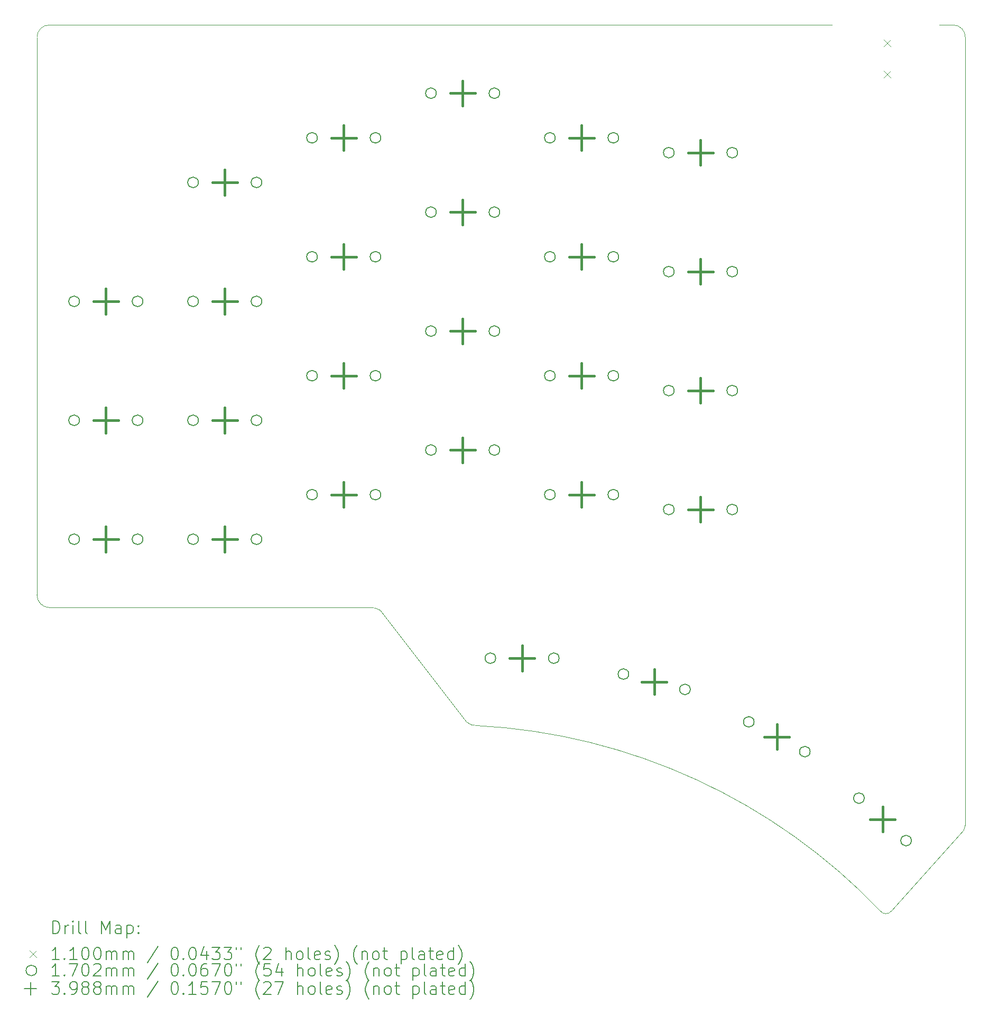
<source format=gbr>
%FSLAX45Y45*%
G04 Gerber Fmt 4.5, Leading zero omitted, Abs format (unit mm)*
G04 Created by KiCad (PCBNEW (6.0.5)) date 2022-10-04 21:39:44*
%MOMM*%
%LPD*%
G01*
G04 APERTURE LIST*
%TA.AperFunction,Profile*%
%ADD10C,0.100000*%
%TD*%
%ADD11C,0.200000*%
%ADD12C,0.110000*%
%ADD13C,0.170180*%
%ADD14C,0.398780*%
G04 APERTURE END LIST*
D10*
X6123000Y-7274000D02*
X4962000Y-8575000D01*
X4783000Y-8570000D02*
G75*
G03*
X-1674000Y-5604000I-6964601J-6650515D01*
G01*
X6146004Y5417000D02*
G75*
G03*
X5958000Y5617500I-194954J5590D01*
G01*
X6146000Y-7200000D02*
X6146000Y5417000D01*
X-8523000Y5617000D02*
G75*
G03*
X-8723000Y5418000I-2392J-197598D01*
G01*
X-8723000Y-3511000D02*
G75*
G03*
X-8523000Y-3714000I202211J-799D01*
G01*
X-8723000Y5418000D02*
X-8723000Y-3511000D01*
X-8523000Y-3714000D02*
X-3372000Y-3714000D01*
X-3231000Y-3754000D02*
X-1847000Y-5543000D01*
X5958000Y5617500D02*
X5730000Y5620000D01*
X-1847000Y-5543000D02*
G75*
G03*
X-1674000Y-5604000I157834J171807D01*
G01*
X6122999Y-7273999D02*
G75*
G03*
X6146000Y-7200000I-153349J88239D01*
G01*
X4010000Y5620000D02*
X-8523000Y5617000D01*
X4783002Y-8569999D02*
G75*
G03*
X4962000Y-8575000I91418J66179D01*
G01*
X-3231000Y-3754000D02*
G75*
G03*
X-3372000Y-3714000I-133168J-200906D01*
G01*
D11*
D12*
X4840000Y5385000D02*
X4950000Y5275000D01*
X4950000Y5385000D02*
X4840000Y5275000D01*
X4840000Y4885000D02*
X4950000Y4775000D01*
X4950000Y4885000D02*
X4840000Y4775000D01*
D13*
X-8042910Y1190630D02*
G75*
G03*
X-8042910Y1190630I-85090J0D01*
G01*
X-8042910Y-714380D02*
G75*
G03*
X-8042910Y-714380I-85090J0D01*
G01*
X-8042910Y-2619380D02*
G75*
G03*
X-8042910Y-2619380I-85090J0D01*
G01*
X-7026910Y1190630D02*
G75*
G03*
X-7026910Y1190630I-85090J0D01*
G01*
X-7026910Y-714380D02*
G75*
G03*
X-7026910Y-714380I-85090J0D01*
G01*
X-7026910Y-2619380D02*
G75*
G03*
X-7026910Y-2619380I-85090J0D01*
G01*
X-6137910Y3095630D02*
G75*
G03*
X-6137910Y3095630I-85090J0D01*
G01*
X-6137910Y1190630D02*
G75*
G03*
X-6137910Y1190630I-85090J0D01*
G01*
X-6137910Y-714380D02*
G75*
G03*
X-6137910Y-714380I-85090J0D01*
G01*
X-6137910Y-2619380D02*
G75*
G03*
X-6137910Y-2619380I-85090J0D01*
G01*
X-5121910Y3095630D02*
G75*
G03*
X-5121910Y3095630I-85090J0D01*
G01*
X-5121910Y1190630D02*
G75*
G03*
X-5121910Y1190630I-85090J0D01*
G01*
X-5121910Y-714380D02*
G75*
G03*
X-5121910Y-714380I-85090J0D01*
G01*
X-5121910Y-2619380D02*
G75*
G03*
X-5121910Y-2619380I-85090J0D01*
G01*
X-4232910Y3810000D02*
G75*
G03*
X-4232910Y3810000I-85090J0D01*
G01*
X-4232910Y1905000D02*
G75*
G03*
X-4232910Y1905000I-85090J0D01*
G01*
X-4232910Y0D02*
G75*
G03*
X-4232910Y0I-85090J0D01*
G01*
X-4232910Y-1905000D02*
G75*
G03*
X-4232910Y-1905000I-85090J0D01*
G01*
X-3216910Y3810000D02*
G75*
G03*
X-3216910Y3810000I-85090J0D01*
G01*
X-3216910Y1905000D02*
G75*
G03*
X-3216910Y1905000I-85090J0D01*
G01*
X-3216910Y0D02*
G75*
G03*
X-3216910Y0I-85090J0D01*
G01*
X-3216910Y-1905000D02*
G75*
G03*
X-3216910Y-1905000I-85090J0D01*
G01*
X-2327910Y4524380D02*
G75*
G03*
X-2327910Y4524380I-85090J0D01*
G01*
X-2327910Y2619380D02*
G75*
G03*
X-2327910Y2619380I-85090J0D01*
G01*
X-2327910Y714380D02*
G75*
G03*
X-2327910Y714380I-85090J0D01*
G01*
X-2327910Y-1190630D02*
G75*
G03*
X-2327910Y-1190630I-85090J0D01*
G01*
X-1375410Y-4524380D02*
G75*
G03*
X-1375410Y-4524380I-85090J0D01*
G01*
X-1311910Y4524380D02*
G75*
G03*
X-1311910Y4524380I-85090J0D01*
G01*
X-1311910Y2619380D02*
G75*
G03*
X-1311910Y2619380I-85090J0D01*
G01*
X-1311910Y714380D02*
G75*
G03*
X-1311910Y714380I-85090J0D01*
G01*
X-1311910Y-1190630D02*
G75*
G03*
X-1311910Y-1190630I-85090J0D01*
G01*
X-422910Y3810000D02*
G75*
G03*
X-422910Y3810000I-85090J0D01*
G01*
X-422910Y1905000D02*
G75*
G03*
X-422910Y1905000I-85090J0D01*
G01*
X-422910Y0D02*
G75*
G03*
X-422910Y0I-85090J0D01*
G01*
X-422910Y-1905000D02*
G75*
G03*
X-422910Y-1905000I-85090J0D01*
G01*
X-359410Y-4524380D02*
G75*
G03*
X-359410Y-4524380I-85090J0D01*
G01*
X593090Y3810000D02*
G75*
G03*
X593090Y3810000I-85090J0D01*
G01*
X593090Y1905000D02*
G75*
G03*
X593090Y1905000I-85090J0D01*
G01*
X593090Y0D02*
G75*
G03*
X593090Y0I-85090J0D01*
G01*
X593090Y-1905000D02*
G75*
G03*
X593090Y-1905000I-85090J0D01*
G01*
X755300Y-4778734D02*
G75*
G03*
X755300Y-4778734I-85090J0D01*
G01*
X1482090Y3571880D02*
G75*
G03*
X1482090Y3571880I-85090J0D01*
G01*
X1482090Y1666880D02*
G75*
G03*
X1482090Y1666880I-85090J0D01*
G01*
X1482090Y-238130D02*
G75*
G03*
X1482090Y-238130I-85090J0D01*
G01*
X1482090Y-2143130D02*
G75*
G03*
X1482090Y-2143130I-85090J0D01*
G01*
X1741120Y-5024526D02*
G75*
G03*
X1741120Y-5024526I-85090J0D01*
G01*
X2498090Y3571880D02*
G75*
G03*
X2498090Y3571880I-85090J0D01*
G01*
X2498090Y1666880D02*
G75*
G03*
X2498090Y1666880I-85090J0D01*
G01*
X2498090Y-238130D02*
G75*
G03*
X2498090Y-238130I-85090J0D01*
G01*
X2498090Y-2143130D02*
G75*
G03*
X2498090Y-2143130I-85090J0D01*
G01*
X2763673Y-5544138D02*
G75*
G03*
X2763673Y-5544138I-85090J0D01*
G01*
X3660747Y-6021122D02*
G75*
G03*
X3660747Y-6021122I-85090J0D01*
G01*
X4527692Y-6765712D02*
G75*
G03*
X4527692Y-6765712I-85090J0D01*
G01*
X5282728Y-7445548D02*
G75*
G03*
X5282728Y-7445548I-85090J0D01*
G01*
D14*
X-7620000Y1390020D02*
X-7620000Y991240D01*
X-7819390Y1190630D02*
X-7420610Y1190630D01*
X-7620000Y-514990D02*
X-7620000Y-913770D01*
X-7819390Y-714380D02*
X-7420610Y-714380D01*
X-7620000Y-2419990D02*
X-7620000Y-2818770D01*
X-7819390Y-2619380D02*
X-7420610Y-2619380D01*
X-5715000Y3295020D02*
X-5715000Y2896240D01*
X-5914390Y3095630D02*
X-5515610Y3095630D01*
X-5715000Y1390020D02*
X-5715000Y991240D01*
X-5914390Y1190630D02*
X-5515610Y1190630D01*
X-5715000Y-514990D02*
X-5715000Y-913770D01*
X-5914390Y-714380D02*
X-5515610Y-714380D01*
X-5715000Y-2419990D02*
X-5715000Y-2818770D01*
X-5914390Y-2619380D02*
X-5515610Y-2619380D01*
X-3810000Y4009390D02*
X-3810000Y3610610D01*
X-4009390Y3810000D02*
X-3610610Y3810000D01*
X-3810000Y2104390D02*
X-3810000Y1705610D01*
X-4009390Y1905000D02*
X-3610610Y1905000D01*
X-3810000Y199390D02*
X-3810000Y-199390D01*
X-4009390Y0D02*
X-3610610Y0D01*
X-3810000Y-1705610D02*
X-3810000Y-2104390D01*
X-4009390Y-1905000D02*
X-3610610Y-1905000D01*
X-1905000Y4723770D02*
X-1905000Y4324990D01*
X-2104390Y4524380D02*
X-1705610Y4524380D01*
X-1905000Y2818770D02*
X-1905000Y2419990D01*
X-2104390Y2619380D02*
X-1705610Y2619380D01*
X-1905000Y913770D02*
X-1905000Y514990D01*
X-2104390Y714380D02*
X-1705610Y714380D01*
X-1905000Y-991240D02*
X-1905000Y-1390020D01*
X-2104390Y-1190630D02*
X-1705610Y-1190630D01*
X-952500Y-4324990D02*
X-952500Y-4723770D01*
X-1151890Y-4524380D02*
X-753110Y-4524380D01*
X0Y4009390D02*
X0Y3610610D01*
X-199390Y3810000D02*
X199390Y3810000D01*
X0Y2104390D02*
X0Y1705610D01*
X-199390Y1905000D02*
X199390Y1905000D01*
X0Y199390D02*
X0Y-199390D01*
X-199390Y0D02*
X199390Y0D01*
X0Y-1705610D02*
X0Y-2104390D01*
X-199390Y-1905000D02*
X199390Y-1905000D01*
X1163120Y-4702240D02*
X1163120Y-5101020D01*
X963730Y-4901630D02*
X1362510Y-4901630D01*
X1905000Y3771270D02*
X1905000Y3372490D01*
X1705610Y3571880D02*
X2104390Y3571880D01*
X1905000Y1866270D02*
X1905000Y1467490D01*
X1705610Y1666880D02*
X2104390Y1666880D01*
X1905000Y-38740D02*
X1905000Y-437520D01*
X1705610Y-238130D02*
X2104390Y-238130D01*
X1905000Y-1943740D02*
X1905000Y-2342520D01*
X1705610Y-2143130D02*
X2104390Y-2143130D01*
X3127120Y-5583240D02*
X3127120Y-5982020D01*
X2927730Y-5782630D02*
X3326510Y-5782630D01*
X4820120Y-6906240D02*
X4820120Y-7305020D01*
X4620730Y-7105630D02*
X5019510Y-7105630D01*
D11*
X-8470386Y-8932154D02*
X-8470386Y-8732154D01*
X-8422767Y-8732154D01*
X-8394195Y-8741678D01*
X-8375148Y-8760725D01*
X-8365624Y-8779773D01*
X-8356100Y-8817868D01*
X-8356100Y-8846440D01*
X-8365624Y-8884535D01*
X-8375148Y-8903582D01*
X-8394195Y-8922630D01*
X-8422767Y-8932154D01*
X-8470386Y-8932154D01*
X-8270386Y-8932154D02*
X-8270386Y-8798820D01*
X-8270386Y-8836916D02*
X-8260862Y-8817868D01*
X-8251338Y-8808344D01*
X-8232291Y-8798820D01*
X-8213243Y-8798820D01*
X-8146576Y-8932154D02*
X-8146576Y-8798820D01*
X-8146576Y-8732154D02*
X-8156100Y-8741678D01*
X-8146576Y-8751201D01*
X-8137053Y-8741678D01*
X-8146576Y-8732154D01*
X-8146576Y-8751201D01*
X-8022767Y-8932154D02*
X-8041814Y-8922630D01*
X-8051338Y-8903582D01*
X-8051338Y-8732154D01*
X-7918005Y-8932154D02*
X-7937053Y-8922630D01*
X-7946576Y-8903582D01*
X-7946576Y-8732154D01*
X-7689433Y-8932154D02*
X-7689433Y-8732154D01*
X-7622767Y-8875011D01*
X-7556100Y-8732154D01*
X-7556100Y-8932154D01*
X-7375148Y-8932154D02*
X-7375148Y-8827392D01*
X-7384672Y-8808344D01*
X-7403719Y-8798820D01*
X-7441814Y-8798820D01*
X-7460862Y-8808344D01*
X-7375148Y-8922630D02*
X-7394195Y-8932154D01*
X-7441814Y-8932154D01*
X-7460862Y-8922630D01*
X-7470386Y-8903582D01*
X-7470386Y-8884535D01*
X-7460862Y-8865487D01*
X-7441814Y-8855963D01*
X-7394195Y-8855963D01*
X-7375148Y-8846440D01*
X-7279910Y-8798820D02*
X-7279910Y-8998820D01*
X-7279910Y-8808344D02*
X-7260862Y-8798820D01*
X-7222767Y-8798820D01*
X-7203719Y-8808344D01*
X-7194195Y-8817868D01*
X-7184672Y-8836916D01*
X-7184672Y-8894059D01*
X-7194195Y-8913106D01*
X-7203719Y-8922630D01*
X-7222767Y-8932154D01*
X-7260862Y-8932154D01*
X-7279910Y-8922630D01*
X-7098957Y-8913106D02*
X-7089433Y-8922630D01*
X-7098957Y-8932154D01*
X-7108481Y-8922630D01*
X-7098957Y-8913106D01*
X-7098957Y-8932154D01*
X-7098957Y-8808344D02*
X-7089433Y-8817868D01*
X-7098957Y-8827392D01*
X-7108481Y-8817868D01*
X-7098957Y-8808344D01*
X-7098957Y-8827392D01*
D12*
X-8838005Y-9206678D02*
X-8728005Y-9316678D01*
X-8728005Y-9206678D02*
X-8838005Y-9316678D01*
D11*
X-8365624Y-9352154D02*
X-8479910Y-9352154D01*
X-8422767Y-9352154D02*
X-8422767Y-9152154D01*
X-8441815Y-9180725D01*
X-8460862Y-9199773D01*
X-8479910Y-9209297D01*
X-8279910Y-9333106D02*
X-8270386Y-9342630D01*
X-8279910Y-9352154D01*
X-8289433Y-9342630D01*
X-8279910Y-9333106D01*
X-8279910Y-9352154D01*
X-8079910Y-9352154D02*
X-8194195Y-9352154D01*
X-8137053Y-9352154D02*
X-8137053Y-9152154D01*
X-8156100Y-9180725D01*
X-8175148Y-9199773D01*
X-8194195Y-9209297D01*
X-7956100Y-9152154D02*
X-7937053Y-9152154D01*
X-7918005Y-9161678D01*
X-7908481Y-9171201D01*
X-7898957Y-9190249D01*
X-7889433Y-9228344D01*
X-7889433Y-9275963D01*
X-7898957Y-9314059D01*
X-7908481Y-9333106D01*
X-7918005Y-9342630D01*
X-7937053Y-9352154D01*
X-7956100Y-9352154D01*
X-7975148Y-9342630D01*
X-7984672Y-9333106D01*
X-7994195Y-9314059D01*
X-8003719Y-9275963D01*
X-8003719Y-9228344D01*
X-7994195Y-9190249D01*
X-7984672Y-9171201D01*
X-7975148Y-9161678D01*
X-7956100Y-9152154D01*
X-7765624Y-9152154D02*
X-7746576Y-9152154D01*
X-7727529Y-9161678D01*
X-7718005Y-9171201D01*
X-7708481Y-9190249D01*
X-7698957Y-9228344D01*
X-7698957Y-9275963D01*
X-7708481Y-9314059D01*
X-7718005Y-9333106D01*
X-7727529Y-9342630D01*
X-7746576Y-9352154D01*
X-7765624Y-9352154D01*
X-7784672Y-9342630D01*
X-7794195Y-9333106D01*
X-7803719Y-9314059D01*
X-7813243Y-9275963D01*
X-7813243Y-9228344D01*
X-7803719Y-9190249D01*
X-7794195Y-9171201D01*
X-7784672Y-9161678D01*
X-7765624Y-9152154D01*
X-7613243Y-9352154D02*
X-7613243Y-9218820D01*
X-7613243Y-9237868D02*
X-7603719Y-9228344D01*
X-7584672Y-9218820D01*
X-7556100Y-9218820D01*
X-7537053Y-9228344D01*
X-7527529Y-9247392D01*
X-7527529Y-9352154D01*
X-7527529Y-9247392D02*
X-7518005Y-9228344D01*
X-7498957Y-9218820D01*
X-7470386Y-9218820D01*
X-7451338Y-9228344D01*
X-7441814Y-9247392D01*
X-7441814Y-9352154D01*
X-7346576Y-9352154D02*
X-7346576Y-9218820D01*
X-7346576Y-9237868D02*
X-7337053Y-9228344D01*
X-7318005Y-9218820D01*
X-7289433Y-9218820D01*
X-7270386Y-9228344D01*
X-7260862Y-9247392D01*
X-7260862Y-9352154D01*
X-7260862Y-9247392D02*
X-7251338Y-9228344D01*
X-7232291Y-9218820D01*
X-7203719Y-9218820D01*
X-7184672Y-9228344D01*
X-7175148Y-9247392D01*
X-7175148Y-9352154D01*
X-6784672Y-9142630D02*
X-6956100Y-9399773D01*
X-6527529Y-9152154D02*
X-6508481Y-9152154D01*
X-6489433Y-9161678D01*
X-6479910Y-9171201D01*
X-6470386Y-9190249D01*
X-6460862Y-9228344D01*
X-6460862Y-9275963D01*
X-6470386Y-9314059D01*
X-6479910Y-9333106D01*
X-6489433Y-9342630D01*
X-6508481Y-9352154D01*
X-6527529Y-9352154D01*
X-6546576Y-9342630D01*
X-6556100Y-9333106D01*
X-6565624Y-9314059D01*
X-6575148Y-9275963D01*
X-6575148Y-9228344D01*
X-6565624Y-9190249D01*
X-6556100Y-9171201D01*
X-6546576Y-9161678D01*
X-6527529Y-9152154D01*
X-6375148Y-9333106D02*
X-6365624Y-9342630D01*
X-6375148Y-9352154D01*
X-6384672Y-9342630D01*
X-6375148Y-9333106D01*
X-6375148Y-9352154D01*
X-6241814Y-9152154D02*
X-6222767Y-9152154D01*
X-6203719Y-9161678D01*
X-6194195Y-9171201D01*
X-6184672Y-9190249D01*
X-6175148Y-9228344D01*
X-6175148Y-9275963D01*
X-6184672Y-9314059D01*
X-6194195Y-9333106D01*
X-6203719Y-9342630D01*
X-6222767Y-9352154D01*
X-6241814Y-9352154D01*
X-6260862Y-9342630D01*
X-6270386Y-9333106D01*
X-6279910Y-9314059D01*
X-6289433Y-9275963D01*
X-6289433Y-9228344D01*
X-6279910Y-9190249D01*
X-6270386Y-9171201D01*
X-6260862Y-9161678D01*
X-6241814Y-9152154D01*
X-6003719Y-9218820D02*
X-6003719Y-9352154D01*
X-6051338Y-9142630D02*
X-6098957Y-9285487D01*
X-5975148Y-9285487D01*
X-5918005Y-9152154D02*
X-5794195Y-9152154D01*
X-5860862Y-9228344D01*
X-5832291Y-9228344D01*
X-5813243Y-9237868D01*
X-5803719Y-9247392D01*
X-5794195Y-9266440D01*
X-5794195Y-9314059D01*
X-5803719Y-9333106D01*
X-5813243Y-9342630D01*
X-5832291Y-9352154D01*
X-5889433Y-9352154D01*
X-5908481Y-9342630D01*
X-5918005Y-9333106D01*
X-5727529Y-9152154D02*
X-5603719Y-9152154D01*
X-5670386Y-9228344D01*
X-5641814Y-9228344D01*
X-5622767Y-9237868D01*
X-5613243Y-9247392D01*
X-5603719Y-9266440D01*
X-5603719Y-9314059D01*
X-5613243Y-9333106D01*
X-5622767Y-9342630D01*
X-5641814Y-9352154D01*
X-5698957Y-9352154D01*
X-5718005Y-9342630D01*
X-5727529Y-9333106D01*
X-5527529Y-9152154D02*
X-5527529Y-9190249D01*
X-5451338Y-9152154D02*
X-5451338Y-9190249D01*
X-5156100Y-9428344D02*
X-5165624Y-9418820D01*
X-5184672Y-9390249D01*
X-5194195Y-9371201D01*
X-5203719Y-9342630D01*
X-5213243Y-9295011D01*
X-5213243Y-9256916D01*
X-5203719Y-9209297D01*
X-5194195Y-9180725D01*
X-5184672Y-9161678D01*
X-5165624Y-9133106D01*
X-5156100Y-9123582D01*
X-5089434Y-9171201D02*
X-5079910Y-9161678D01*
X-5060862Y-9152154D01*
X-5013243Y-9152154D01*
X-4994195Y-9161678D01*
X-4984672Y-9171201D01*
X-4975148Y-9190249D01*
X-4975148Y-9209297D01*
X-4984672Y-9237868D01*
X-5098957Y-9352154D01*
X-4975148Y-9352154D01*
X-4737053Y-9352154D02*
X-4737053Y-9152154D01*
X-4651338Y-9352154D02*
X-4651338Y-9247392D01*
X-4660862Y-9228344D01*
X-4679910Y-9218820D01*
X-4708481Y-9218820D01*
X-4727529Y-9228344D01*
X-4737053Y-9237868D01*
X-4527529Y-9352154D02*
X-4546576Y-9342630D01*
X-4556100Y-9333106D01*
X-4565624Y-9314059D01*
X-4565624Y-9256916D01*
X-4556100Y-9237868D01*
X-4546576Y-9228344D01*
X-4527529Y-9218820D01*
X-4498957Y-9218820D01*
X-4479910Y-9228344D01*
X-4470386Y-9237868D01*
X-4460862Y-9256916D01*
X-4460862Y-9314059D01*
X-4470386Y-9333106D01*
X-4479910Y-9342630D01*
X-4498957Y-9352154D01*
X-4527529Y-9352154D01*
X-4346576Y-9352154D02*
X-4365624Y-9342630D01*
X-4375148Y-9323582D01*
X-4375148Y-9152154D01*
X-4194195Y-9342630D02*
X-4213243Y-9352154D01*
X-4251338Y-9352154D01*
X-4270386Y-9342630D01*
X-4279910Y-9323582D01*
X-4279910Y-9247392D01*
X-4270386Y-9228344D01*
X-4251338Y-9218820D01*
X-4213243Y-9218820D01*
X-4194195Y-9228344D01*
X-4184672Y-9247392D01*
X-4184672Y-9266440D01*
X-4279910Y-9285487D01*
X-4108481Y-9342630D02*
X-4089433Y-9352154D01*
X-4051338Y-9352154D01*
X-4032291Y-9342630D01*
X-4022767Y-9323582D01*
X-4022767Y-9314059D01*
X-4032291Y-9295011D01*
X-4051338Y-9285487D01*
X-4079910Y-9285487D01*
X-4098957Y-9275963D01*
X-4108481Y-9256916D01*
X-4108481Y-9247392D01*
X-4098957Y-9228344D01*
X-4079910Y-9218820D01*
X-4051338Y-9218820D01*
X-4032291Y-9228344D01*
X-3956100Y-9428344D02*
X-3946576Y-9418820D01*
X-3927529Y-9390249D01*
X-3918005Y-9371201D01*
X-3908481Y-9342630D01*
X-3898957Y-9295011D01*
X-3898957Y-9256916D01*
X-3908481Y-9209297D01*
X-3918005Y-9180725D01*
X-3927529Y-9161678D01*
X-3946576Y-9133106D01*
X-3956100Y-9123582D01*
X-3594195Y-9428344D02*
X-3603719Y-9418820D01*
X-3622767Y-9390249D01*
X-3632291Y-9371201D01*
X-3641814Y-9342630D01*
X-3651338Y-9295011D01*
X-3651338Y-9256916D01*
X-3641814Y-9209297D01*
X-3632291Y-9180725D01*
X-3622767Y-9161678D01*
X-3603719Y-9133106D01*
X-3594195Y-9123582D01*
X-3518005Y-9218820D02*
X-3518005Y-9352154D01*
X-3518005Y-9237868D02*
X-3508481Y-9228344D01*
X-3489433Y-9218820D01*
X-3460862Y-9218820D01*
X-3441814Y-9228344D01*
X-3432291Y-9247392D01*
X-3432291Y-9352154D01*
X-3308481Y-9352154D02*
X-3327529Y-9342630D01*
X-3337053Y-9333106D01*
X-3346576Y-9314059D01*
X-3346576Y-9256916D01*
X-3337053Y-9237868D01*
X-3327529Y-9228344D01*
X-3308481Y-9218820D01*
X-3279910Y-9218820D01*
X-3260862Y-9228344D01*
X-3251338Y-9237868D01*
X-3241814Y-9256916D01*
X-3241814Y-9314059D01*
X-3251338Y-9333106D01*
X-3260862Y-9342630D01*
X-3279910Y-9352154D01*
X-3308481Y-9352154D01*
X-3184672Y-9218820D02*
X-3108481Y-9218820D01*
X-3156100Y-9152154D02*
X-3156100Y-9323582D01*
X-3146576Y-9342630D01*
X-3127529Y-9352154D01*
X-3108481Y-9352154D01*
X-2889433Y-9218820D02*
X-2889433Y-9418820D01*
X-2889433Y-9228344D02*
X-2870386Y-9218820D01*
X-2832291Y-9218820D01*
X-2813243Y-9228344D01*
X-2803719Y-9237868D01*
X-2794195Y-9256916D01*
X-2794195Y-9314059D01*
X-2803719Y-9333106D01*
X-2813243Y-9342630D01*
X-2832291Y-9352154D01*
X-2870386Y-9352154D01*
X-2889433Y-9342630D01*
X-2679910Y-9352154D02*
X-2698957Y-9342630D01*
X-2708481Y-9323582D01*
X-2708481Y-9152154D01*
X-2518005Y-9352154D02*
X-2518005Y-9247392D01*
X-2527529Y-9228344D01*
X-2546576Y-9218820D01*
X-2584672Y-9218820D01*
X-2603719Y-9228344D01*
X-2518005Y-9342630D02*
X-2537053Y-9352154D01*
X-2584672Y-9352154D01*
X-2603719Y-9342630D01*
X-2613243Y-9323582D01*
X-2613243Y-9304535D01*
X-2603719Y-9285487D01*
X-2584672Y-9275963D01*
X-2537053Y-9275963D01*
X-2518005Y-9266440D01*
X-2451338Y-9218820D02*
X-2375148Y-9218820D01*
X-2422767Y-9152154D02*
X-2422767Y-9323582D01*
X-2413243Y-9342630D01*
X-2394195Y-9352154D01*
X-2375148Y-9352154D01*
X-2232291Y-9342630D02*
X-2251338Y-9352154D01*
X-2289434Y-9352154D01*
X-2308481Y-9342630D01*
X-2318005Y-9323582D01*
X-2318005Y-9247392D01*
X-2308481Y-9228344D01*
X-2289434Y-9218820D01*
X-2251338Y-9218820D01*
X-2232291Y-9228344D01*
X-2222767Y-9247392D01*
X-2222767Y-9266440D01*
X-2318005Y-9285487D01*
X-2051338Y-9352154D02*
X-2051338Y-9152154D01*
X-2051338Y-9342630D02*
X-2070386Y-9352154D01*
X-2108481Y-9352154D01*
X-2127529Y-9342630D01*
X-2137053Y-9333106D01*
X-2146576Y-9314059D01*
X-2146576Y-9256916D01*
X-2137053Y-9237868D01*
X-2127529Y-9228344D01*
X-2108481Y-9218820D01*
X-2070386Y-9218820D01*
X-2051338Y-9228344D01*
X-1975148Y-9428344D02*
X-1965624Y-9418820D01*
X-1946576Y-9390249D01*
X-1937053Y-9371201D01*
X-1927529Y-9342630D01*
X-1918005Y-9295011D01*
X-1918005Y-9256916D01*
X-1927529Y-9209297D01*
X-1937053Y-9180725D01*
X-1946576Y-9161678D01*
X-1965624Y-9133106D01*
X-1975148Y-9123582D01*
D13*
X-8728005Y-9525678D02*
G75*
G03*
X-8728005Y-9525678I-85090J0D01*
G01*
D11*
X-8365624Y-9616154D02*
X-8479910Y-9616154D01*
X-8422767Y-9616154D02*
X-8422767Y-9416154D01*
X-8441815Y-9444725D01*
X-8460862Y-9463773D01*
X-8479910Y-9473297D01*
X-8279910Y-9597106D02*
X-8270386Y-9606630D01*
X-8279910Y-9616154D01*
X-8289433Y-9606630D01*
X-8279910Y-9597106D01*
X-8279910Y-9616154D01*
X-8203719Y-9416154D02*
X-8070386Y-9416154D01*
X-8156100Y-9616154D01*
X-7956100Y-9416154D02*
X-7937053Y-9416154D01*
X-7918005Y-9425678D01*
X-7908481Y-9435201D01*
X-7898957Y-9454249D01*
X-7889433Y-9492344D01*
X-7889433Y-9539963D01*
X-7898957Y-9578059D01*
X-7908481Y-9597106D01*
X-7918005Y-9606630D01*
X-7937053Y-9616154D01*
X-7956100Y-9616154D01*
X-7975148Y-9606630D01*
X-7984672Y-9597106D01*
X-7994195Y-9578059D01*
X-8003719Y-9539963D01*
X-8003719Y-9492344D01*
X-7994195Y-9454249D01*
X-7984672Y-9435201D01*
X-7975148Y-9425678D01*
X-7956100Y-9416154D01*
X-7813243Y-9435201D02*
X-7803719Y-9425678D01*
X-7784672Y-9416154D01*
X-7737053Y-9416154D01*
X-7718005Y-9425678D01*
X-7708481Y-9435201D01*
X-7698957Y-9454249D01*
X-7698957Y-9473297D01*
X-7708481Y-9501868D01*
X-7822767Y-9616154D01*
X-7698957Y-9616154D01*
X-7613243Y-9616154D02*
X-7613243Y-9482820D01*
X-7613243Y-9501868D02*
X-7603719Y-9492344D01*
X-7584672Y-9482820D01*
X-7556100Y-9482820D01*
X-7537053Y-9492344D01*
X-7527529Y-9511392D01*
X-7527529Y-9616154D01*
X-7527529Y-9511392D02*
X-7518005Y-9492344D01*
X-7498957Y-9482820D01*
X-7470386Y-9482820D01*
X-7451338Y-9492344D01*
X-7441814Y-9511392D01*
X-7441814Y-9616154D01*
X-7346576Y-9616154D02*
X-7346576Y-9482820D01*
X-7346576Y-9501868D02*
X-7337053Y-9492344D01*
X-7318005Y-9482820D01*
X-7289433Y-9482820D01*
X-7270386Y-9492344D01*
X-7260862Y-9511392D01*
X-7260862Y-9616154D01*
X-7260862Y-9511392D02*
X-7251338Y-9492344D01*
X-7232291Y-9482820D01*
X-7203719Y-9482820D01*
X-7184672Y-9492344D01*
X-7175148Y-9511392D01*
X-7175148Y-9616154D01*
X-6784672Y-9406630D02*
X-6956100Y-9663773D01*
X-6527529Y-9416154D02*
X-6508481Y-9416154D01*
X-6489433Y-9425678D01*
X-6479910Y-9435201D01*
X-6470386Y-9454249D01*
X-6460862Y-9492344D01*
X-6460862Y-9539963D01*
X-6470386Y-9578059D01*
X-6479910Y-9597106D01*
X-6489433Y-9606630D01*
X-6508481Y-9616154D01*
X-6527529Y-9616154D01*
X-6546576Y-9606630D01*
X-6556100Y-9597106D01*
X-6565624Y-9578059D01*
X-6575148Y-9539963D01*
X-6575148Y-9492344D01*
X-6565624Y-9454249D01*
X-6556100Y-9435201D01*
X-6546576Y-9425678D01*
X-6527529Y-9416154D01*
X-6375148Y-9597106D02*
X-6365624Y-9606630D01*
X-6375148Y-9616154D01*
X-6384672Y-9606630D01*
X-6375148Y-9597106D01*
X-6375148Y-9616154D01*
X-6241814Y-9416154D02*
X-6222767Y-9416154D01*
X-6203719Y-9425678D01*
X-6194195Y-9435201D01*
X-6184672Y-9454249D01*
X-6175148Y-9492344D01*
X-6175148Y-9539963D01*
X-6184672Y-9578059D01*
X-6194195Y-9597106D01*
X-6203719Y-9606630D01*
X-6222767Y-9616154D01*
X-6241814Y-9616154D01*
X-6260862Y-9606630D01*
X-6270386Y-9597106D01*
X-6279910Y-9578059D01*
X-6289433Y-9539963D01*
X-6289433Y-9492344D01*
X-6279910Y-9454249D01*
X-6270386Y-9435201D01*
X-6260862Y-9425678D01*
X-6241814Y-9416154D01*
X-6003719Y-9416154D02*
X-6041814Y-9416154D01*
X-6060862Y-9425678D01*
X-6070386Y-9435201D01*
X-6089433Y-9463773D01*
X-6098957Y-9501868D01*
X-6098957Y-9578059D01*
X-6089433Y-9597106D01*
X-6079910Y-9606630D01*
X-6060862Y-9616154D01*
X-6022767Y-9616154D01*
X-6003719Y-9606630D01*
X-5994195Y-9597106D01*
X-5984672Y-9578059D01*
X-5984672Y-9530440D01*
X-5994195Y-9511392D01*
X-6003719Y-9501868D01*
X-6022767Y-9492344D01*
X-6060862Y-9492344D01*
X-6079910Y-9501868D01*
X-6089433Y-9511392D01*
X-6098957Y-9530440D01*
X-5918005Y-9416154D02*
X-5784672Y-9416154D01*
X-5870386Y-9616154D01*
X-5670386Y-9416154D02*
X-5651338Y-9416154D01*
X-5632291Y-9425678D01*
X-5622767Y-9435201D01*
X-5613243Y-9454249D01*
X-5603719Y-9492344D01*
X-5603719Y-9539963D01*
X-5613243Y-9578059D01*
X-5622767Y-9597106D01*
X-5632291Y-9606630D01*
X-5651338Y-9616154D01*
X-5670386Y-9616154D01*
X-5689433Y-9606630D01*
X-5698957Y-9597106D01*
X-5708481Y-9578059D01*
X-5718005Y-9539963D01*
X-5718005Y-9492344D01*
X-5708481Y-9454249D01*
X-5698957Y-9435201D01*
X-5689433Y-9425678D01*
X-5670386Y-9416154D01*
X-5527529Y-9416154D02*
X-5527529Y-9454249D01*
X-5451338Y-9416154D02*
X-5451338Y-9454249D01*
X-5156100Y-9692344D02*
X-5165624Y-9682820D01*
X-5184672Y-9654249D01*
X-5194195Y-9635201D01*
X-5203719Y-9606630D01*
X-5213243Y-9559011D01*
X-5213243Y-9520916D01*
X-5203719Y-9473297D01*
X-5194195Y-9444725D01*
X-5184672Y-9425678D01*
X-5165624Y-9397106D01*
X-5156100Y-9387582D01*
X-4984672Y-9416154D02*
X-5079910Y-9416154D01*
X-5089434Y-9511392D01*
X-5079910Y-9501868D01*
X-5060862Y-9492344D01*
X-5013243Y-9492344D01*
X-4994195Y-9501868D01*
X-4984672Y-9511392D01*
X-4975148Y-9530440D01*
X-4975148Y-9578059D01*
X-4984672Y-9597106D01*
X-4994195Y-9606630D01*
X-5013243Y-9616154D01*
X-5060862Y-9616154D01*
X-5079910Y-9606630D01*
X-5089434Y-9597106D01*
X-4803719Y-9482820D02*
X-4803719Y-9616154D01*
X-4851338Y-9406630D02*
X-4898957Y-9549487D01*
X-4775148Y-9549487D01*
X-4546576Y-9616154D02*
X-4546576Y-9416154D01*
X-4460862Y-9616154D02*
X-4460862Y-9511392D01*
X-4470386Y-9492344D01*
X-4489434Y-9482820D01*
X-4518005Y-9482820D01*
X-4537053Y-9492344D01*
X-4546576Y-9501868D01*
X-4337053Y-9616154D02*
X-4356100Y-9606630D01*
X-4365624Y-9597106D01*
X-4375148Y-9578059D01*
X-4375148Y-9520916D01*
X-4365624Y-9501868D01*
X-4356100Y-9492344D01*
X-4337053Y-9482820D01*
X-4308481Y-9482820D01*
X-4289434Y-9492344D01*
X-4279910Y-9501868D01*
X-4270386Y-9520916D01*
X-4270386Y-9578059D01*
X-4279910Y-9597106D01*
X-4289434Y-9606630D01*
X-4308481Y-9616154D01*
X-4337053Y-9616154D01*
X-4156100Y-9616154D02*
X-4175148Y-9606630D01*
X-4184672Y-9587582D01*
X-4184672Y-9416154D01*
X-4003719Y-9606630D02*
X-4022767Y-9616154D01*
X-4060862Y-9616154D01*
X-4079910Y-9606630D01*
X-4089433Y-9587582D01*
X-4089433Y-9511392D01*
X-4079910Y-9492344D01*
X-4060862Y-9482820D01*
X-4022767Y-9482820D01*
X-4003719Y-9492344D01*
X-3994195Y-9511392D01*
X-3994195Y-9530440D01*
X-4089433Y-9549487D01*
X-3918005Y-9606630D02*
X-3898957Y-9616154D01*
X-3860862Y-9616154D01*
X-3841814Y-9606630D01*
X-3832291Y-9587582D01*
X-3832291Y-9578059D01*
X-3841814Y-9559011D01*
X-3860862Y-9549487D01*
X-3889433Y-9549487D01*
X-3908481Y-9539963D01*
X-3918005Y-9520916D01*
X-3918005Y-9511392D01*
X-3908481Y-9492344D01*
X-3889433Y-9482820D01*
X-3860862Y-9482820D01*
X-3841814Y-9492344D01*
X-3765624Y-9692344D02*
X-3756100Y-9682820D01*
X-3737053Y-9654249D01*
X-3727529Y-9635201D01*
X-3718005Y-9606630D01*
X-3708481Y-9559011D01*
X-3708481Y-9520916D01*
X-3718005Y-9473297D01*
X-3727529Y-9444725D01*
X-3737053Y-9425678D01*
X-3756100Y-9397106D01*
X-3765624Y-9387582D01*
X-3403719Y-9692344D02*
X-3413243Y-9682820D01*
X-3432291Y-9654249D01*
X-3441814Y-9635201D01*
X-3451338Y-9606630D01*
X-3460862Y-9559011D01*
X-3460862Y-9520916D01*
X-3451338Y-9473297D01*
X-3441814Y-9444725D01*
X-3432291Y-9425678D01*
X-3413243Y-9397106D01*
X-3403719Y-9387582D01*
X-3327529Y-9482820D02*
X-3327529Y-9616154D01*
X-3327529Y-9501868D02*
X-3318005Y-9492344D01*
X-3298957Y-9482820D01*
X-3270386Y-9482820D01*
X-3251338Y-9492344D01*
X-3241814Y-9511392D01*
X-3241814Y-9616154D01*
X-3118005Y-9616154D02*
X-3137053Y-9606630D01*
X-3146576Y-9597106D01*
X-3156100Y-9578059D01*
X-3156100Y-9520916D01*
X-3146576Y-9501868D01*
X-3137053Y-9492344D01*
X-3118005Y-9482820D01*
X-3089433Y-9482820D01*
X-3070386Y-9492344D01*
X-3060862Y-9501868D01*
X-3051338Y-9520916D01*
X-3051338Y-9578059D01*
X-3060862Y-9597106D01*
X-3070386Y-9606630D01*
X-3089433Y-9616154D01*
X-3118005Y-9616154D01*
X-2994195Y-9482820D02*
X-2918005Y-9482820D01*
X-2965624Y-9416154D02*
X-2965624Y-9587582D01*
X-2956100Y-9606630D01*
X-2937053Y-9616154D01*
X-2918005Y-9616154D01*
X-2698957Y-9482820D02*
X-2698957Y-9682820D01*
X-2698957Y-9492344D02*
X-2679910Y-9482820D01*
X-2641815Y-9482820D01*
X-2622767Y-9492344D01*
X-2613243Y-9501868D01*
X-2603719Y-9520916D01*
X-2603719Y-9578059D01*
X-2613243Y-9597106D01*
X-2622767Y-9606630D01*
X-2641815Y-9616154D01*
X-2679910Y-9616154D01*
X-2698957Y-9606630D01*
X-2489434Y-9616154D02*
X-2508481Y-9606630D01*
X-2518005Y-9587582D01*
X-2518005Y-9416154D01*
X-2327529Y-9616154D02*
X-2327529Y-9511392D01*
X-2337053Y-9492344D01*
X-2356100Y-9482820D01*
X-2394195Y-9482820D01*
X-2413243Y-9492344D01*
X-2327529Y-9606630D02*
X-2346576Y-9616154D01*
X-2394195Y-9616154D01*
X-2413243Y-9606630D01*
X-2422767Y-9587582D01*
X-2422767Y-9568535D01*
X-2413243Y-9549487D01*
X-2394195Y-9539963D01*
X-2346576Y-9539963D01*
X-2327529Y-9530440D01*
X-2260862Y-9482820D02*
X-2184672Y-9482820D01*
X-2232291Y-9416154D02*
X-2232291Y-9587582D01*
X-2222767Y-9606630D01*
X-2203719Y-9616154D01*
X-2184672Y-9616154D01*
X-2041814Y-9606630D02*
X-2060862Y-9616154D01*
X-2098957Y-9616154D01*
X-2118005Y-9606630D01*
X-2127529Y-9587582D01*
X-2127529Y-9511392D01*
X-2118005Y-9492344D01*
X-2098957Y-9482820D01*
X-2060862Y-9482820D01*
X-2041814Y-9492344D01*
X-2032291Y-9511392D01*
X-2032291Y-9530440D01*
X-2127529Y-9549487D01*
X-1860862Y-9616154D02*
X-1860862Y-9416154D01*
X-1860862Y-9606630D02*
X-1879910Y-9616154D01*
X-1918005Y-9616154D01*
X-1937053Y-9606630D01*
X-1946576Y-9597106D01*
X-1956100Y-9578059D01*
X-1956100Y-9520916D01*
X-1946576Y-9501868D01*
X-1937053Y-9492344D01*
X-1918005Y-9482820D01*
X-1879910Y-9482820D01*
X-1860862Y-9492344D01*
X-1784672Y-9692344D02*
X-1775148Y-9682820D01*
X-1756100Y-9654249D01*
X-1746576Y-9635201D01*
X-1737053Y-9606630D01*
X-1727529Y-9559011D01*
X-1727529Y-9520916D01*
X-1737053Y-9473297D01*
X-1746576Y-9444725D01*
X-1756100Y-9425678D01*
X-1775148Y-9397106D01*
X-1784672Y-9387582D01*
X-8828005Y-9715858D02*
X-8828005Y-9915858D01*
X-8928005Y-9815858D02*
X-8728005Y-9815858D01*
X-8489434Y-9706334D02*
X-8365624Y-9706334D01*
X-8432291Y-9782524D01*
X-8403719Y-9782524D01*
X-8384672Y-9792048D01*
X-8375148Y-9801572D01*
X-8365624Y-9820620D01*
X-8365624Y-9868239D01*
X-8375148Y-9887286D01*
X-8384672Y-9896810D01*
X-8403719Y-9906334D01*
X-8460862Y-9906334D01*
X-8479910Y-9896810D01*
X-8489434Y-9887286D01*
X-8279910Y-9887286D02*
X-8270386Y-9896810D01*
X-8279910Y-9906334D01*
X-8289433Y-9896810D01*
X-8279910Y-9887286D01*
X-8279910Y-9906334D01*
X-8175148Y-9906334D02*
X-8137053Y-9906334D01*
X-8118005Y-9896810D01*
X-8108481Y-9887286D01*
X-8089433Y-9858715D01*
X-8079910Y-9820620D01*
X-8079910Y-9744429D01*
X-8089433Y-9725381D01*
X-8098957Y-9715858D01*
X-8118005Y-9706334D01*
X-8156100Y-9706334D01*
X-8175148Y-9715858D01*
X-8184672Y-9725381D01*
X-8194195Y-9744429D01*
X-8194195Y-9792048D01*
X-8184672Y-9811096D01*
X-8175148Y-9820620D01*
X-8156100Y-9830143D01*
X-8118005Y-9830143D01*
X-8098957Y-9820620D01*
X-8089433Y-9811096D01*
X-8079910Y-9792048D01*
X-7965624Y-9792048D02*
X-7984672Y-9782524D01*
X-7994195Y-9773000D01*
X-8003719Y-9753953D01*
X-8003719Y-9744429D01*
X-7994195Y-9725381D01*
X-7984672Y-9715858D01*
X-7965624Y-9706334D01*
X-7927529Y-9706334D01*
X-7908481Y-9715858D01*
X-7898957Y-9725381D01*
X-7889433Y-9744429D01*
X-7889433Y-9753953D01*
X-7898957Y-9773000D01*
X-7908481Y-9782524D01*
X-7927529Y-9792048D01*
X-7965624Y-9792048D01*
X-7984672Y-9801572D01*
X-7994195Y-9811096D01*
X-8003719Y-9830143D01*
X-8003719Y-9868239D01*
X-7994195Y-9887286D01*
X-7984672Y-9896810D01*
X-7965624Y-9906334D01*
X-7927529Y-9906334D01*
X-7908481Y-9896810D01*
X-7898957Y-9887286D01*
X-7889433Y-9868239D01*
X-7889433Y-9830143D01*
X-7898957Y-9811096D01*
X-7908481Y-9801572D01*
X-7927529Y-9792048D01*
X-7775148Y-9792048D02*
X-7794195Y-9782524D01*
X-7803719Y-9773000D01*
X-7813243Y-9753953D01*
X-7813243Y-9744429D01*
X-7803719Y-9725381D01*
X-7794195Y-9715858D01*
X-7775148Y-9706334D01*
X-7737053Y-9706334D01*
X-7718005Y-9715858D01*
X-7708481Y-9725381D01*
X-7698957Y-9744429D01*
X-7698957Y-9753953D01*
X-7708481Y-9773000D01*
X-7718005Y-9782524D01*
X-7737053Y-9792048D01*
X-7775148Y-9792048D01*
X-7794195Y-9801572D01*
X-7803719Y-9811096D01*
X-7813243Y-9830143D01*
X-7813243Y-9868239D01*
X-7803719Y-9887286D01*
X-7794195Y-9896810D01*
X-7775148Y-9906334D01*
X-7737053Y-9906334D01*
X-7718005Y-9896810D01*
X-7708481Y-9887286D01*
X-7698957Y-9868239D01*
X-7698957Y-9830143D01*
X-7708481Y-9811096D01*
X-7718005Y-9801572D01*
X-7737053Y-9792048D01*
X-7613243Y-9906334D02*
X-7613243Y-9773000D01*
X-7613243Y-9792048D02*
X-7603719Y-9782524D01*
X-7584672Y-9773000D01*
X-7556100Y-9773000D01*
X-7537053Y-9782524D01*
X-7527529Y-9801572D01*
X-7527529Y-9906334D01*
X-7527529Y-9801572D02*
X-7518005Y-9782524D01*
X-7498957Y-9773000D01*
X-7470386Y-9773000D01*
X-7451338Y-9782524D01*
X-7441814Y-9801572D01*
X-7441814Y-9906334D01*
X-7346576Y-9906334D02*
X-7346576Y-9773000D01*
X-7346576Y-9792048D02*
X-7337053Y-9782524D01*
X-7318005Y-9773000D01*
X-7289433Y-9773000D01*
X-7270386Y-9782524D01*
X-7260862Y-9801572D01*
X-7260862Y-9906334D01*
X-7260862Y-9801572D02*
X-7251338Y-9782524D01*
X-7232291Y-9773000D01*
X-7203719Y-9773000D01*
X-7184672Y-9782524D01*
X-7175148Y-9801572D01*
X-7175148Y-9906334D01*
X-6784672Y-9696810D02*
X-6956100Y-9953953D01*
X-6527529Y-9706334D02*
X-6508481Y-9706334D01*
X-6489433Y-9715858D01*
X-6479910Y-9725381D01*
X-6470386Y-9744429D01*
X-6460862Y-9782524D01*
X-6460862Y-9830143D01*
X-6470386Y-9868239D01*
X-6479910Y-9887286D01*
X-6489433Y-9896810D01*
X-6508481Y-9906334D01*
X-6527529Y-9906334D01*
X-6546576Y-9896810D01*
X-6556100Y-9887286D01*
X-6565624Y-9868239D01*
X-6575148Y-9830143D01*
X-6575148Y-9782524D01*
X-6565624Y-9744429D01*
X-6556100Y-9725381D01*
X-6546576Y-9715858D01*
X-6527529Y-9706334D01*
X-6375148Y-9887286D02*
X-6365624Y-9896810D01*
X-6375148Y-9906334D01*
X-6384672Y-9896810D01*
X-6375148Y-9887286D01*
X-6375148Y-9906334D01*
X-6175148Y-9906334D02*
X-6289433Y-9906334D01*
X-6232291Y-9906334D02*
X-6232291Y-9706334D01*
X-6251338Y-9734905D01*
X-6270386Y-9753953D01*
X-6289433Y-9763477D01*
X-5994195Y-9706334D02*
X-6089433Y-9706334D01*
X-6098957Y-9801572D01*
X-6089433Y-9792048D01*
X-6070386Y-9782524D01*
X-6022767Y-9782524D01*
X-6003719Y-9792048D01*
X-5994195Y-9801572D01*
X-5984672Y-9820620D01*
X-5984672Y-9868239D01*
X-5994195Y-9887286D01*
X-6003719Y-9896810D01*
X-6022767Y-9906334D01*
X-6070386Y-9906334D01*
X-6089433Y-9896810D01*
X-6098957Y-9887286D01*
X-5918005Y-9706334D02*
X-5784672Y-9706334D01*
X-5870386Y-9906334D01*
X-5670386Y-9706334D02*
X-5651338Y-9706334D01*
X-5632291Y-9715858D01*
X-5622767Y-9725381D01*
X-5613243Y-9744429D01*
X-5603719Y-9782524D01*
X-5603719Y-9830143D01*
X-5613243Y-9868239D01*
X-5622767Y-9887286D01*
X-5632291Y-9896810D01*
X-5651338Y-9906334D01*
X-5670386Y-9906334D01*
X-5689433Y-9896810D01*
X-5698957Y-9887286D01*
X-5708481Y-9868239D01*
X-5718005Y-9830143D01*
X-5718005Y-9782524D01*
X-5708481Y-9744429D01*
X-5698957Y-9725381D01*
X-5689433Y-9715858D01*
X-5670386Y-9706334D01*
X-5527529Y-9706334D02*
X-5527529Y-9744429D01*
X-5451338Y-9706334D02*
X-5451338Y-9744429D01*
X-5156100Y-9982524D02*
X-5165624Y-9973000D01*
X-5184672Y-9944429D01*
X-5194195Y-9925381D01*
X-5203719Y-9896810D01*
X-5213243Y-9849191D01*
X-5213243Y-9811096D01*
X-5203719Y-9763477D01*
X-5194195Y-9734905D01*
X-5184672Y-9715858D01*
X-5165624Y-9687286D01*
X-5156100Y-9677762D01*
X-5089434Y-9725381D02*
X-5079910Y-9715858D01*
X-5060862Y-9706334D01*
X-5013243Y-9706334D01*
X-4994195Y-9715858D01*
X-4984672Y-9725381D01*
X-4975148Y-9744429D01*
X-4975148Y-9763477D01*
X-4984672Y-9792048D01*
X-5098957Y-9906334D01*
X-4975148Y-9906334D01*
X-4908481Y-9706334D02*
X-4775148Y-9706334D01*
X-4860862Y-9906334D01*
X-4546576Y-9906334D02*
X-4546576Y-9706334D01*
X-4460862Y-9906334D02*
X-4460862Y-9801572D01*
X-4470386Y-9782524D01*
X-4489434Y-9773000D01*
X-4518005Y-9773000D01*
X-4537053Y-9782524D01*
X-4546576Y-9792048D01*
X-4337053Y-9906334D02*
X-4356100Y-9896810D01*
X-4365624Y-9887286D01*
X-4375148Y-9868239D01*
X-4375148Y-9811096D01*
X-4365624Y-9792048D01*
X-4356100Y-9782524D01*
X-4337053Y-9773000D01*
X-4308481Y-9773000D01*
X-4289434Y-9782524D01*
X-4279910Y-9792048D01*
X-4270386Y-9811096D01*
X-4270386Y-9868239D01*
X-4279910Y-9887286D01*
X-4289434Y-9896810D01*
X-4308481Y-9906334D01*
X-4337053Y-9906334D01*
X-4156100Y-9906334D02*
X-4175148Y-9896810D01*
X-4184672Y-9877762D01*
X-4184672Y-9706334D01*
X-4003719Y-9896810D02*
X-4022767Y-9906334D01*
X-4060862Y-9906334D01*
X-4079910Y-9896810D01*
X-4089433Y-9877762D01*
X-4089433Y-9801572D01*
X-4079910Y-9782524D01*
X-4060862Y-9773000D01*
X-4022767Y-9773000D01*
X-4003719Y-9782524D01*
X-3994195Y-9801572D01*
X-3994195Y-9820620D01*
X-4089433Y-9839667D01*
X-3918005Y-9896810D02*
X-3898957Y-9906334D01*
X-3860862Y-9906334D01*
X-3841814Y-9896810D01*
X-3832291Y-9877762D01*
X-3832291Y-9868239D01*
X-3841814Y-9849191D01*
X-3860862Y-9839667D01*
X-3889433Y-9839667D01*
X-3908481Y-9830143D01*
X-3918005Y-9811096D01*
X-3918005Y-9801572D01*
X-3908481Y-9782524D01*
X-3889433Y-9773000D01*
X-3860862Y-9773000D01*
X-3841814Y-9782524D01*
X-3765624Y-9982524D02*
X-3756100Y-9973000D01*
X-3737053Y-9944429D01*
X-3727529Y-9925381D01*
X-3718005Y-9896810D01*
X-3708481Y-9849191D01*
X-3708481Y-9811096D01*
X-3718005Y-9763477D01*
X-3727529Y-9734905D01*
X-3737053Y-9715858D01*
X-3756100Y-9687286D01*
X-3765624Y-9677762D01*
X-3403719Y-9982524D02*
X-3413243Y-9973000D01*
X-3432291Y-9944429D01*
X-3441814Y-9925381D01*
X-3451338Y-9896810D01*
X-3460862Y-9849191D01*
X-3460862Y-9811096D01*
X-3451338Y-9763477D01*
X-3441814Y-9734905D01*
X-3432291Y-9715858D01*
X-3413243Y-9687286D01*
X-3403719Y-9677762D01*
X-3327529Y-9773000D02*
X-3327529Y-9906334D01*
X-3327529Y-9792048D02*
X-3318005Y-9782524D01*
X-3298957Y-9773000D01*
X-3270386Y-9773000D01*
X-3251338Y-9782524D01*
X-3241814Y-9801572D01*
X-3241814Y-9906334D01*
X-3118005Y-9906334D02*
X-3137053Y-9896810D01*
X-3146576Y-9887286D01*
X-3156100Y-9868239D01*
X-3156100Y-9811096D01*
X-3146576Y-9792048D01*
X-3137053Y-9782524D01*
X-3118005Y-9773000D01*
X-3089433Y-9773000D01*
X-3070386Y-9782524D01*
X-3060862Y-9792048D01*
X-3051338Y-9811096D01*
X-3051338Y-9868239D01*
X-3060862Y-9887286D01*
X-3070386Y-9896810D01*
X-3089433Y-9906334D01*
X-3118005Y-9906334D01*
X-2994195Y-9773000D02*
X-2918005Y-9773000D01*
X-2965624Y-9706334D02*
X-2965624Y-9877762D01*
X-2956100Y-9896810D01*
X-2937053Y-9906334D01*
X-2918005Y-9906334D01*
X-2698957Y-9773000D02*
X-2698957Y-9973000D01*
X-2698957Y-9782524D02*
X-2679910Y-9773000D01*
X-2641815Y-9773000D01*
X-2622767Y-9782524D01*
X-2613243Y-9792048D01*
X-2603719Y-9811096D01*
X-2603719Y-9868239D01*
X-2613243Y-9887286D01*
X-2622767Y-9896810D01*
X-2641815Y-9906334D01*
X-2679910Y-9906334D01*
X-2698957Y-9896810D01*
X-2489434Y-9906334D02*
X-2508481Y-9896810D01*
X-2518005Y-9877762D01*
X-2518005Y-9706334D01*
X-2327529Y-9906334D02*
X-2327529Y-9801572D01*
X-2337053Y-9782524D01*
X-2356100Y-9773000D01*
X-2394195Y-9773000D01*
X-2413243Y-9782524D01*
X-2327529Y-9896810D02*
X-2346576Y-9906334D01*
X-2394195Y-9906334D01*
X-2413243Y-9896810D01*
X-2422767Y-9877762D01*
X-2422767Y-9858715D01*
X-2413243Y-9839667D01*
X-2394195Y-9830143D01*
X-2346576Y-9830143D01*
X-2327529Y-9820620D01*
X-2260862Y-9773000D02*
X-2184672Y-9773000D01*
X-2232291Y-9706334D02*
X-2232291Y-9877762D01*
X-2222767Y-9896810D01*
X-2203719Y-9906334D01*
X-2184672Y-9906334D01*
X-2041814Y-9896810D02*
X-2060862Y-9906334D01*
X-2098957Y-9906334D01*
X-2118005Y-9896810D01*
X-2127529Y-9877762D01*
X-2127529Y-9801572D01*
X-2118005Y-9782524D01*
X-2098957Y-9773000D01*
X-2060862Y-9773000D01*
X-2041814Y-9782524D01*
X-2032291Y-9801572D01*
X-2032291Y-9820620D01*
X-2127529Y-9839667D01*
X-1860862Y-9906334D02*
X-1860862Y-9706334D01*
X-1860862Y-9896810D02*
X-1879910Y-9906334D01*
X-1918005Y-9906334D01*
X-1937053Y-9896810D01*
X-1946576Y-9887286D01*
X-1956100Y-9868239D01*
X-1956100Y-9811096D01*
X-1946576Y-9792048D01*
X-1937053Y-9782524D01*
X-1918005Y-9773000D01*
X-1879910Y-9773000D01*
X-1860862Y-9782524D01*
X-1784672Y-9982524D02*
X-1775148Y-9973000D01*
X-1756100Y-9944429D01*
X-1746576Y-9925381D01*
X-1737053Y-9896810D01*
X-1727529Y-9849191D01*
X-1727529Y-9811096D01*
X-1737053Y-9763477D01*
X-1746576Y-9734905D01*
X-1756100Y-9715858D01*
X-1775148Y-9687286D01*
X-1784672Y-9677762D01*
M02*

</source>
